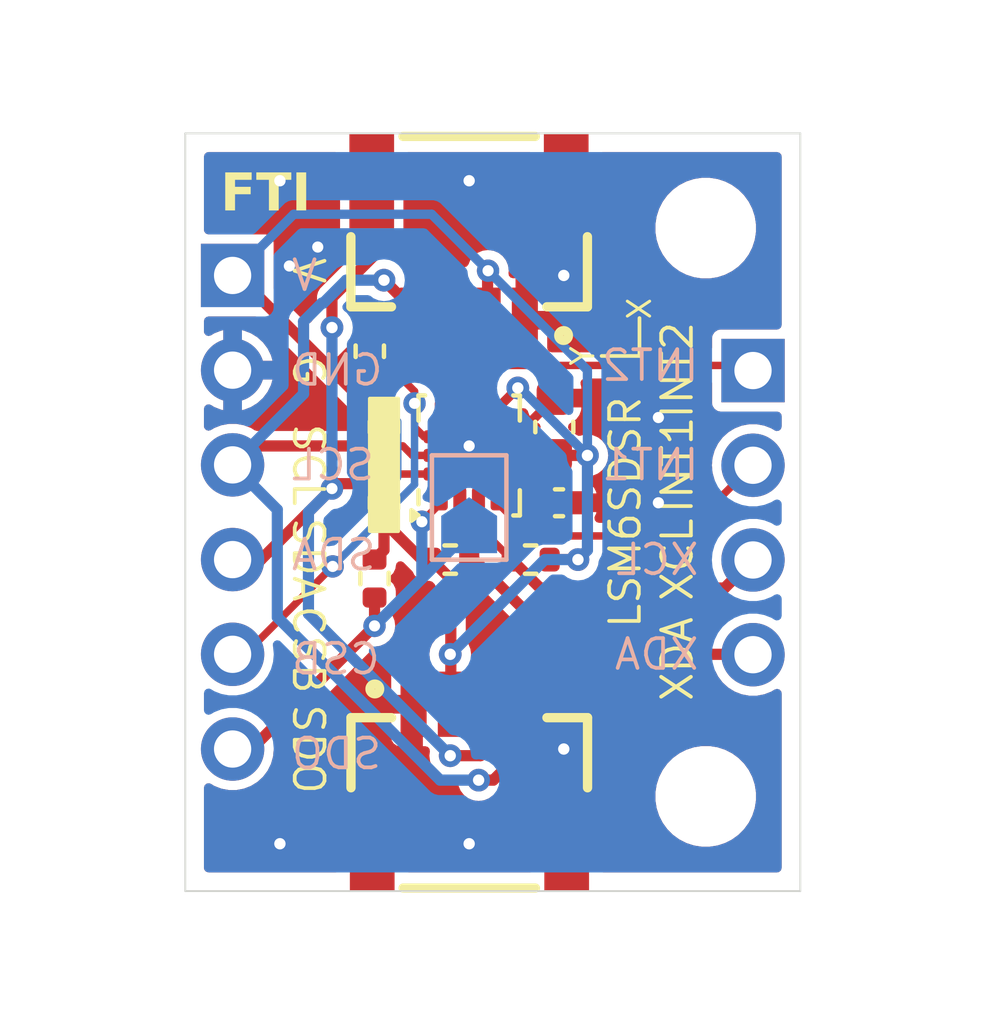
<source format=kicad_pcb>
(kicad_pcb (version 20240108) (generator "pcbnew") (generator_version "8.0")
  (layers (0 "F.Cu" signal) (31 "B.Cu" signal) (34 "B.Paste" user) (35 "F.Paste" user) (36 "B.SilkS" user "B.Silkscreen") (37 "F.SilkS" user "F.Silkscreen") (38 "B.Mask" user) (39 "F.Mask" user) (44 "Edge.Cuts" user))
  (net 0 "")
  (net 1 "GND")
  (net 2 "/SCL")
  (net 3 "/SDA")
  (net 4 "/CS")
  (net 5 "/XCL")
  (net 6 "/INT2")
  (net 7 "/XDA")
  (net 8 "/INT1")
  (net 9 "VDD")
  (net 10 "/SDO")
  (footprint "Package_LGA:LGA-14_3x2.5mm_P0.5mm_LayoutBorder3x4y" (layer "F.Cu") (at 58.674 49.022 90)
    (property "Reference" "U1" (hide yes))
    (property "Value" "LSM6DSRTR")
    (fp_line (start 1.61 -1.36) (end 1.61 -1.185) (stroke (width 0.12)) (layer "F.SilkS"))
    (fp_line (start 0.935 -1.36) (end 1.61 -1.36) (stroke (width 0.12)) (layer "F.SilkS"))
    (fp_line (start -0.935 -1.36) (end -1.31 -1.36) (stroke (width 0.12)) (layer "F.SilkS"))
    (fp_line (start 1.61 1.36) (end 1.61 1.185) (stroke (width 0.12)) (layer "F.SilkS"))
    (fp_line (start 0.935 1.36) (end 1.61 1.36) (stroke (width 0.12)) (layer "F.SilkS"))
    (fp_line (start -0.935 1.36) (end -1.61 1.36) (stroke (width 0.12)) (layer "F.SilkS"))
    (fp_line (start -1.61 1.36) (end -1.61 1.185) (stroke (width 0.12)) (layer "F.SilkS"))
    (fp_poly (pts (xy -1.61 -1.36) (xy -1.75 -1.55) (xy -1.47 -1.55) (xy -1.61 -1.36)) (stroke (width 0.12)) (fill solid) (layer "F.SilkS"))
    (pad "1" smd roundrect (at -1.1625 -0.75 90) (size 0.625 0.35) (layers "F.Cu" "F.Paste" "F.Mask") (net 10 "/SDO"))
    (pad "2" smd roundrect (at -1.1625 -0.25 90) (size 0.625 0.35) (layers "F.Cu" "F.Paste" "F.Mask") (net 7 "/XDA"))
    (pad "3" smd roundrect (at -1.1625 0.25 90) (size 0.625 0.35) (layers "F.Cu" "F.Paste" "F.Mask") (net 5 "/XCL"))
    (pad "4" smd roundrect (at -1.1625 0.75 90) (size 0.625 0.35) (layers "F.Cu" "F.Paste" "F.Mask") (net 8 "/INT1"))
    (pad "5" smd roundrect (at -0.5 0.9125 90) (size 0.35 0.625) (layers "F.Cu" "F.Paste" "F.Mask") (net 9 "VDD"))
    (pad "6" smd roundrect (at 0 0.9125 90) (size 0.35 0.625) (layers "F.Cu" "F.Paste" "F.Mask") (net 1 "GND"))
    (pad "7" smd roundrect (at 0.5 0.9125 90) (size 0.35 0.625) (layers "F.Cu" "F.Paste" "F.Mask") (net 1 "GND"))
    (pad "8" smd roundrect (at 1.1625 0.75 90) (size 0.625 0.35) (layers "F.Cu" "F.Paste" "F.Mask") (net 9 "VDD"))
    (pad "9" smd roundrect (at 1.1625 0.25 90) (size 0.625 0.35) (layers "F.Cu" "F.Paste" "F.Mask") (net 6 "/INT2"))
    (pad "10" smd roundrect (at 1.1625 -0.25 90) (size 0.625 0.35) (layers "F.Cu" "F.Paste" "F.Mask"))
    (pad "11" smd roundrect (at 1.1625 -0.75 90) (size 0.625 0.35) (layers "F.Cu" "F.Paste" "F.Mask"))
    (pad "12" smd roundrect (at 0.5 -0.9125 90) (size 0.35 0.625) (layers "F.Cu" "F.Paste" "F.Mask") (net 4 "/CS"))
    (pad "13" smd roundrect (at 0 -0.9125 90) (size 0.35 0.625) (layers "F.Cu" "F.Paste" "F.Mask") (net 2 "/SCL"))
    (pad "14" smd roundrect (at -0.5 -0.9125 90) (size 0.35 0.625) (layers "F.Cu" "F.Paste" "F.Mask") (net 3 "/SDA"))
  )
  (footprint "Resistor_SMD:R_0402_1005Metric" (layer "F.Cu") (at 56.134 52.324 -90)
    (property "Reference" "R6" (hide yes))
    (property "Value" "2.2k")
    (fp_line (start -0.153641 0.38) (end 0.153641 0.38) (stroke (width 0.12)) (layer "F.SilkS"))
    (fp_line (start -0.153641 -0.38) (end 0.153641 -0.38) (stroke (width 0.12)) (layer "F.SilkS"))
    (pad "1" smd roundrect (at -0.51 0 270) (size 0.54 0.64) (layers "F.Cu" "F.Paste" "F.Mask") (net 9 "VDD"))
    (pad "2" smd roundrect (at 0.51 0 270) (size 0.54 0.64) (layers "F.Cu" "F.Paste" "F.Mask") (net 10 "/SDO"))
  )
  (footprint "qwiic:CONN-SMD_AFC10-S04QCA-00" (layer "F.Cu") (at 58.682 57.565)
    (property "Reference" "CN2" (hide yes))
    (property "Value" "AFC10-S04QCA-00")
    (fp_line (start -3.18 -1.51) (end -2.09 -1.51) (stroke (width 0.25)) (layer "F.SilkS"))
    (fp_line (start -3.18 0.37) (end -3.18 -1.51) (stroke (width 0.25)) (layer "F.SilkS"))
    (fp_line (start -1.78 3.06) (end 1.77 3.06) (stroke (width 0.25)) (layer "F.SilkS"))
    (fp_line (start 2.08 -1.51) (end 3.17 -1.51) (stroke (width 0.25)) (layer "F.SilkS"))
    (fp_line (start 3.17 -1.51) (end 3.17 0.37) (stroke (width 0.25)) (layer "F.SilkS"))
    (fp_circle (center -2.54 -2.28) (end -2.41 -2.28) (stroke (width 0.25)) (fill none) (layer "F.SilkS"))
    (pad "1" smd rect (at -1.5 -1.87) (size 0.7 1.75) (layers "F.Cu" "F.Paste" "F.Mask") (net 1 "GND"))
    (pad "2" smd rect (at -0.5 -1.87) (size 0.7 1.75) (layers "F.Cu" "F.Paste" "F.Mask") (net 9 "VDD"))
    (pad "3" smd rect (at 0.5 -1.87) (size 0.7 1.75) (layers "F.Cu" "F.Paste" "F.Mask") (net 3 "/SDA"))
    (pad "4" smd rect (at 1.5 -1.87) (size 0.7 1.75) (layers "F.Cu" "F.Paste" "F.Mask") (net 2 "/SCL"))
    (pad "5" smd rect (at -2.61 1.87) (size 1.2 2.55) (layers "F.Cu" "F.Paste" "F.Mask") (net 1 "GND"))
    (pad "6" smd rect (at 2.61 1.87) (size 1.2 2.55) (layers "F.Cu" "F.Paste" "F.Mask") (net 1 "GND"))
  )
  (footprint "Connector_PinHeader_2.54mm:PinHeader_1x04_P2.54mm_Vertical" (layer "F.Cu") (at 66.294 46.746)
    (property "Reference" "J2" (hide yes))
    (property "Value" "Conn_01x04_Pin")
    (pad "1" thru_hole rect (at 0 0) (size 1.7 1.7) (drill 1) (layers "*.Cu" "*.Mask") (net 6 "/INT2"))
    (pad "2" thru_hole oval (at 0 2.54) (size 1.7 1.7) (drill 1) (layers "*.Cu" "*.Mask") (net 8 "/INT1"))
    (pad "3" thru_hole oval (at 0 5.08) (size 1.7 1.7) (drill 1) (layers "*.Cu" "*.Mask") (net 5 "/XCL"))
    (pad "4" thru_hole oval (at 0 7.62) (size 1.7 1.7) (drill 1) (layers "*.Cu" "*.Mask") (net 7 "/XDA"))
  )
  (footprint "Capacitor_SMD:C_0402_1005Metric" (layer "F.Cu") (at 61.087 50.292)
    (property "Reference" "C2" (hide yes))
    (property "Value" "100n")
    (fp_line (start -0.107836 -0.36) (end 0.107836 -0.36) (stroke (width 0.12)) (layer "F.SilkS"))
    (fp_line (start -0.107836 0.36) (end 0.107836 0.36) (stroke (width 0.12)) (layer "F.SilkS"))
    (pad "1" smd roundrect (at -0.48 0) (size 0.56 0.62) (layers "F.Cu" "F.Paste" "F.Mask") (net 9 "VDD"))
    (pad "2" smd roundrect (at 0.48 0) (size 0.56 0.62) (layers "F.Cu" "F.Paste" "F.Mask") (net 1 "GND"))
  )
  (footprint "qwiic:CONN-SMD_AFC10-S04QCA-00" (layer "F.Cu") (at 58.669 43.527 180)
    (property "Reference" "CN1" (hide yes))
    (property "Value" "AFC10-S04QCA-00")
    (fp_line (start 3.17 -1.51) (end 3.17 0.37) (stroke (width 0.25)) (layer "F.SilkS"))
    (fp_line (start 2.08 -1.51) (end 3.17 -1.51) (stroke (width 0.25)) (layer "F.SilkS"))
    (fp_line (start -1.78 3.06) (end 1.77 3.06) (stroke (width 0.25)) (layer "F.SilkS"))
    (fp_line (start -3.18 0.37) (end -3.18 -1.51) (stroke (width 0.25)) (layer "F.SilkS"))
    (fp_line (start -3.18 -1.51) (end -2.09 -1.51) (stroke (width 0.25)) (layer "F.SilkS"))
    (fp_circle (center -2.54 -2.28) (end -2.41 -2.28) (stroke (width 0.25)) (fill none) (layer "F.SilkS"))
    (pad "1" smd rect (at -1.5 -1.87 180) (size 0.7 1.75) (layers "F.Cu" "F.Paste" "F.Mask") (net 1 "GND"))
    (pad "2" smd rect (at -0.5 -1.87 180) (size 0.7 1.75) (layers "F.Cu" "F.Paste" "F.Mask") (net 9 "VDD"))
    (pad "3" smd rect (at 0.5 -1.87 180) (size 0.7 1.75) (layers "F.Cu" "F.Paste" "F.Mask") (net 3 "/SDA"))
    (pad "4" smd rect (at 1.5 -1.87 180) (size 0.7 1.75) (layers "F.Cu" "F.Paste" "F.Mask") (net 2 "/SCL"))
    (pad "5" smd rect (at -2.61 1.87 180) (size 1.2 2.55) (layers "F.Cu" "F.Paste" "F.Mask") (net 1 "GND"))
    (pad "6" smd rect (at 2.61 1.87 180) (size 1.2 2.55) (layers "F.Cu" "F.Paste" "F.Mask") (net 1 "GND"))
  )
  (footprint "Resistor_SMD:R_0402_1005Metric" (layer "F.Cu") (at 56.007 46.228 -90)
    (property "Reference" "R5" (hide yes))
    (property "Value" "2.2k")
    (fp_line (start -0.153641 0.38) (end 0.153641 0.38) (stroke (width 0.12)) (layer "F.SilkS"))
    (fp_line (start -0.153641 -0.38) (end 0.153641 -0.38) (stroke (width 0.12)) (layer "F.SilkS"))
    (pad "1" smd roundrect (at -0.51 0 270) (size 0.54 0.64) (layers "F.Cu" "F.Paste" "F.Mask") (net 9 "VDD"))
    (pad "2" smd roundrect (at 0.51 0 270) (size 0.54 0.64) (layers "F.Cu" "F.Paste" "F.Mask") (net 4 "/CS"))
  )
  (footprint "Connector_PinHeader_2.54mm:PinHeader_1x06_P2.54mm_Vertical" (layer "F.Cu") (at 52.324 44.196)
    (property "Reference" "J1" (hide yes))
    (property "Value" "Conn_01x06_Pin")
    (pad "1" thru_hole rect (at 0 0) (size 1.7 1.7) (drill 1) (layers "*.Cu" "*.Mask") (net 9 "VDD"))
    (pad "2" thru_hole oval (at 0 2.54) (size 1.7 1.7) (drill 1) (layers "*.Cu" "*.Mask") (net 1 "GND"))
    (pad "3" thru_hole oval (at 0 5.08) (size 1.7 1.7) (drill 1) (layers "*.Cu" "*.Mask") (net 2 "/SCL"))
    (pad "4" thru_hole oval (at 0 7.62) (size 1.7 1.7) (drill 1) (layers "*.Cu" "*.Mask") (net 3 "/SDA"))
    (pad "5" thru_hole oval (at 0 10.16) (size 1.7 1.7) (drill 1) (layers "*.Cu" "*.Mask") (net 4 "/CS"))
    (pad "6" thru_hole oval (at 0 12.7) (size 1.7 1.7) (drill 1) (layers "*.Cu" "*.Mask") (net 10 "/SDO"))
  )
  (footprint "MountingHole:MountingHole_2.2mm_M2" (layer "F.Cu") (at 65.024 42.926)
    (property "Reference" "H1" (hide yes))
    (property "Value" "MountingHole")
    (pad "" np_thru_hole circle (at 0 0) (size 2.2 2.2) (drill 2.2) (layers "*.Cu" "*.Mask"))
  )
  (footprint "MountingHole:MountingHole_2.2mm_M2" (layer "F.Cu") (at 65.024 58.166)
    (property "Reference" "H2" (hide yes))
    (property "Value" "MountingHole")
    (pad "" np_thru_hole circle (at 0 0) (size 2.2 2.2) (drill 2.2) (layers "*.Cu" "*.Mask"))
  )
  (footprint "Capacitor_SMD:C_0603_1608Metric" (layer "F.Cu") (at 60.96 48.26 90)
    (property "Reference" "C1" (hide yes))
    (property "Value" "1u")
    (fp_line (start -0.14058 -0.51) (end 0.14058 -0.51) (stroke (width 0.12)) (layer "F.SilkS"))
    (fp_line (start -0.14058 0.51) (end 0.14058 0.51) (stroke (width 0.12)) (layer "F.SilkS"))
    (pad "1" smd roundrect (at -0.775 0 90) (size 0.9 0.95) (layers "F.Cu" "F.Paste" "F.Mask") (net 9 "VDD"))
    (pad "2" smd roundrect (at 0.775 0 90) (size 0.9 0.95) (layers "F.Cu" "F.Paste" "F.Mask") (net 1 "GND"))
  )
  (footprint "Resistor_SMD:R_0402_1005Metric" (layer "F.Cu") (at 56.388 48.26 -90)
    (property "Reference" "R1" (hide yes))
    (property "Value" "2.2k")
    (fp_line (start -0.153641 0.38) (end 0.153641 0.38) (stroke (width 0.12)) (layer "F.SilkS"))
    (fp_line (start -0.153641 -0.38) (end 0.153641 -0.38) (stroke (width 0.12)) (layer "F.SilkS"))
    (pad "1" smd roundrect (at -0.51 0 270) (size 0.54 0.64) (layers "F.Cu" "F.Paste" "F.Mask") (net 9 "VDD"))
    (pad "2" smd roundrect (at 0.51 0 270) (size 0.54 0.64) (layers "F.Cu" "F.Paste" "F.Mask") (net 2 "/SCL"))
  )
  (footprint "Resistor_SMD:R_0402_1005Metric" (layer "F.Cu") (at 56.388 50.294 90)
    (property "Reference" "R2" (hide yes))
    (property "Value" "2.2k")
    (fp_line (start -0.153641 -0.38) (end 0.153641 -0.38) (stroke (width 0.12)) (layer "F.SilkS"))
    (fp_line (start -0.153641 0.38) (end 0.153641 0.38) (stroke (width 0.12)) (layer "F.SilkS"))
    (pad "1" smd roundrect (at -0.51 0 90) (size 0.54 0.64) (layers "F.Cu" "F.Paste" "F.Mask") (net 9 "VDD"))
    (pad "2" smd roundrect (at 0.51 0 90) (size 0.54 0.64) (layers "F.Cu" "F.Paste" "F.Mask") (net 3 "/SDA"))
  )
  (footprint "Resistor_SMD:R_0402_1005Metric" (layer "F.Cu") (at 58.166 51.816)
    (property "Reference" "R4" (hide yes))
    (property "Value" "2.2k")
    (fp_line (start -0.153641 -0.38) (end 0.153641 -0.38) (stroke (width 0.12)) (layer "F.SilkS"))
    (fp_line (start -0.153641 0.38) (end 0.153641 0.38) (stroke (width 0.12)) (layer "F.SilkS"))
    (pad "1" smd roundrect (at -0.51 0) (size 0.54 0.64) (layers "F.Cu" "F.Paste" "F.Mask") (net 9 "VDD"))
    (pad "2" smd roundrect (at 0.51 0) (size 0.54 0.64) (layers "F.Cu" "F.Paste" "F.Mask") (net 7 "/XDA"))
  )
  (footprint "Resistor_SMD:R_0402_1005Metric" (layer "F.Cu") (at 60.325 51.816 180)
    (property "Reference" "R3" (hide yes))
    (property "Value" "2.2k")
    (fp_line (start -0.153641 0.38) (end 0.153641 0.38) (stroke (width 0.12)) (layer "F.SilkS"))
    (fp_line (start -0.153641 -0.38) (end 0.153641 -0.38) (stroke (width 0.12)) (layer "F.SilkS"))
    (pad "1" smd roundrect (at -0.51 0 180) (size 0.54 0.64) (layers "F.Cu" "F.Paste" "F.Mask") (net 9 "VDD"))
    (pad "2" smd roundrect (at 0.51 0 180) (size 0.54 0.64) (layers "F.Cu" "F.Paste" "F.Mask") (net 5 "/XCL"))
  )
  (footprint "Jumper:SolderJumper-2_P1.3mm_Open_TrianglePad1.0x1.5mm" (layer "B.Cu") (at 58.674 50.419 90)
    (property "Reference" "JP1" (hide yes))
    (property "Value" "SolderJumper_2_Open")
    (fp_line (start 1.4 -1) (end 1.4 1) (stroke (width 0.12)) (layer "B.SilkS"))
    (fp_line (start -1.4 -1) (end 1.4 -1) (stroke (width 0.12)) (layer "B.SilkS"))
    (fp_line (start 1.4 1) (end -1.4 1) (stroke (width 0.12)) (layer "B.SilkS"))
    (fp_line (start -1.4 1) (end -1.4 -1) (stroke (width 0.12)) (layer "B.SilkS"))
    (pad "1" smd custom (at -0.725 0 90) (size 0.3 0.3) (layers "B.Cu" "B.Mask") (net 10 "/SDO") (options (clearance outline) (anchor rect)) (primitives (gr_poly (pts (xy 1 0) (xy 0.5 -0.75) (xy -0.5 -0.75) (xy -0.5 0.75) (xy 0.5 0.75)) (width 0) (fill yes))))
    (pad "2" smd custom (at 0.725 0 90) (size 0.3 0.3) (layers "B.Cu" "B.Mask") (net 1 "GND") (options (clearance outline) (anchor rect)) (primitives (gr_poly (pts (xy 0.5 -0.75) (xy -0.65 -0.75) (xy -0.15 0) (xy -0.65 0.75) (xy 0.5 0.75)) (width 0) (fill yes))))
  )
  (gr_rect (start 56.007 47.498) (end 56.769 51.054) (stroke (width 0.1)) (fill solid) (layer "F.SilkS"))
  (gr_line (start 63.246 45.339) (end 63.246 46.355) (stroke (width 0.1)) (layer "F.SilkS"))
  (gr_line (start 63.246 46.355) (end 62.23 46.355) (stroke (width 0.1)) (layer "F.SilkS"))
  (gr_line (start 51.054 60.706) (end 51.054 40.386) (stroke (width 0.05)) (layer "Edge.Cuts"))
  (gr_line (start 51.054 40.386) (end 67.564 40.386) (stroke (width 0.05)) (layer "Edge.Cuts"))
  (gr_line (start 67.564 40.386) (end 67.564 60.706) (stroke (width 0.05)) (layer "Edge.Cuts"))
  (gr_line (start 67.564 60.706) (end 51.054 60.706) (stroke (width 0.05)) (layer "Edge.Cuts"))
  (gr_text "V" (at 53.848 44.196 0) (layer "B.SilkS") (effects (font (size 0.8 0.8) (thickness 0.1)) (justify right mirror)))
  (gr_text "INT1" (at 64.897 49.276 0) (layer "B.SilkS") (effects (font (size 0.8 0.8) (thickness 0.1)) (justify left mirror)))
  (gr_text "INT2" (at 64.897 46.609 0) (layer "B.SilkS") (effects (font (size 0.8 0.8) (thickness 0.1)) (justify left mirror)))
  (gr_text "SDO" (at 53.848 57.023 0) (layer "B.SilkS") (effects (font (size 0.8 0.8) (thickness 0.1)) (justify right mirror)))
  (gr_text "GND" (at 53.848 46.736 0) (layer "B.SilkS") (effects (font (size 0.8 0.8) (thickness 0.1)) (justify right mirror)))
  (gr_text "CSB" (at 53.848 54.483 0) (layer "B.SilkS") (effects (font (size 0.8 0.8) (thickness 0.1)) (justify right mirror)))
  (gr_text "SDA" (at 53.848 51.689 0) (layer "B.SilkS") (effects (font (size 0.8 0.8) (thickness 0.1)) (justify right mirror)))
  (gr_text "SCL" (at 53.848 49.276 0) (layer "B.SilkS") (effects (font (size 0.8 0.8) (thickness 0.1)) (justify right mirror)))
  (gr_text "XCL" (at 64.897 51.816 0) (layer "B.SilkS") (effects (font (size 0.8 0.8) (thickness 0.1)) (justify left mirror)))
  (gr_text "XDA" (at 64.897 54.356 0) (layer "B.SilkS") (effects (font (size 0.8 0.8) (thickness 0.1)) (justify left mirror)))
  (gr_text "INT2" (at 64.262 46.736 90) (layer "F.SilkS") (effects (font (size 0.8 0.8) (thickness 0.1))))
  (gr_text "SDO" (at 54.356 56.896 -90) (layer "F.SilkS") (effects (font (size 0.8 0.8) (thickness 0.1))))
  (gr_text "Y" (at 61.722 46.355 90) (layer "F.SilkS") (effects (font (size 0.6 0.6) (thickness 0.08))))
  (gr_text "G" (at 54.356 46.736 270) (layer "F.SilkS") (effects (font (size 0.8 0.8) (thickness 0.1))))
  (gr_text "X" (at 63.246 45.085 90) (layer "F.SilkS") (effects (font (size 0.6 0.6) (thickness 0.08))))
  (gr_text "V" (at 54.356 44.069 270) (layer "F.SilkS") (effects (font (size 0.8 0.8) (thickness 0.1))))
  (gr_text "XCL" (at 64.262 51.816 90) (layer "F.SilkS") (effects (font (size 0.8 0.8) (thickness 0.1))))
  (gr_text "CSB" (at 54.356 54.229 -90) (layer "F.SilkS") (effects (font (size 0.8 0.8) (thickness 0.1))))
  (gr_text "SDA" (at 54.356 51.816 -90) (layer "F.SilkS") (effects (font (size 0.8 0.8) (thickness 0.1))))
  (gr_text "FTI" (at 53.213 42.037 0) (layer "F.SilkS") (effects (font (size 1 1) (thickness 0.2) (bold yes) (italic yes))))
  (gr_text "INT1" (at 64.262 49.276 90) (layer "F.SilkS") (effects (font (size 0.8 0.8) (thickness 0.1))))
  (gr_text "XDA" (at 64.262 54.483 90) (layer "F.SilkS") (effects (font (size 0.8 0.8) (thickness 0.1))))
  (gr_text "SCL" (at 54.356 49.276 -90) (layer "F.SilkS") (effects (font (size 0.8 0.8) (thickness 0.1))))
  (gr_text "LSM6SDSR" (at 62.865 50.546 90) (layer "F.SilkS") (effects (font (size 0.8 0.8) (thickness 0.1))))
  (segment (start 59.923 48.522) (end 60.96 47.485) (width 0.25) (layer "F.Cu") (net 1))
  (segment (start 59.5865 48.522) (end 59.923 48.522) (width 0.25) (layer "F.Cu") (net 1))
  (segment (start 59.0423 48.522) (end 59.0423 49.022) (width 0.2) (layer "F.Cu") (net 1))
  (segment (start 59.684 48.522) (end 59.0423 48.522) (width 0.2) (layer "F.Cu") (net 1))
  (segment (start 59.684 49.022) (end 59.0423 49.022) (width 0.2) (layer "F.Cu") (net 1))
  (segment (start 56.059 41.657) (end 56.059 42.4453) (width 0.2) (layer "F.Cu") (net 1))
  (via (at 61.214 44.196) (size 0.61) (drill 0.305) (layers "F.Cu" "B.Cu") (net 1))
  (via (at 54.61 43.434) (size 0.6) (drill 0.3) (layers "F.Cu" "B.Cu") (net 1))
  (via (at 63.754 50.292) (size 0.6) (drill 0.3) (layers "F.Cu" "B.Cu") (net 1))
  (via (at 58.674 41.656) (size 0.61) (drill 0.305) (layers "F.Cu" "B.Cu") (net 1))
  (via (at 53.594 41.656) (size 0.61) (drill 0.305) (layers "F.Cu" "B.Cu") (net 1))
  (via (at 53.848 43.942) (size 0.6) (drill 0.3) (layers "F.Cu" "B.Cu") (net 1))
  (via (at 53.594 59.436) (size 0.61) (drill 0.305) (layers "F.Cu" "B.Cu") (net 1))
  (via (at 61.214 56.896) (size 0.61) (drill 0.305) (layers "F.Cu" "B.Cu") (net 1))
  (via (at 58.674 59.436) (size 0.61) (drill 0.305) (layers "F.Cu" "B.Cu") (net 1))
  (via (at 63.754 48.006) (size 0.6) (drill 0.3) (layers "F.Cu" "B.Cu") (net 1))
  (via (at 58.674 48.768) (size 0.6) (drill 0.3) (layers "F.Cu" "B.Cu") (net 1))
  (segment (start 58.674 48.768) (end 58.674 48.895) (width 0.2) (layer "B.Cu") (net 1))
  (segment (start 57.15 49.022) (end 56.896 48.768) (width 0.2) (layer "F.Cu") (net 2))
  (segment (start 57.664 49.022) (end 57.15 49.022) (width 0.2) (layer "F.Cu") (net 2))
  (segment (start 60.182 55.695) (end 60.182 56.87) (width 0.3) (layer "F.Cu") (net 2))
  (segment (start 59.321998 57.730002) (end 58.928 57.730002) (width 0.3) (layer "F.Cu") (net 2))
  (segment (start 52.832 48.768) (end 56.388 48.768) (width 0.3) (layer "F.Cu") (net 2))
  (segment (start 56.896 48.768) (end 56.388 48.768) (width 0.2) (layer "F.Cu") (net 2))
  (segment (start 57.169 45.104) (end 56.388 44.323) (width 0.3) (layer "F.Cu") (net 2))
  (segment (start 57.169 45.397) (end 57.169 45.104) (width 0.3) (layer "F.Cu") (net 2))
  (segment (start 52.324 49.276) (end 52.832 48.768) (width 0.3) (layer "F.Cu") (net 2))
  (segment (start 60.182 56.87) (end 59.321998 57.730002) (width 0.3) (layer "F.Cu") (net 2))
  (via (at 58.928 57.730002) (size 0.61) (drill 0.305) (layers "F.Cu" "B.Cu") (net 2))
  (via (at 56.388 44.323) (size 0.61) (drill 0.305) (layers "F.Cu" "B.Cu") (net 2))
  (segment (start 53.524 53.359312) (end 53.524 50.476) (width 0.3) (layer "B.Cu") (net 2))
  (segment (start 54.71969 44.938) (end 54.229 45.42869) (width 0.3) (layer "B.Cu") (net 2))
  (segment (start 54.757 44.938) (end 54.71969 44.938) (width 0.3) (layer "B.Cu") (net 2))
  (segment (start 53.524 50.476) (end 52.324 49.276) (width 0.3) (layer "B.Cu") (net 2))
  (segment (start 54.229 45.42869) (end 54.229 47.371) (width 0.3) (layer "B.Cu") (net 2))
  (segment (start 58.928 57.730002) (end 57.89469 57.730002) (width 0.3) (layer "B.Cu") (net 2))
  (segment (start 54.229 47.371) (end 52.324 49.276) (width 0.3) (layer "B.Cu") (net 2))
  (segment (start 55.372 44.323) (end 54.757 44.938) (width 0.3) (layer "B.Cu") (net 2))
  (segment (start 56.388 44.323) (end 55.372 44.323) (width 0.3) (layer "B.Cu") (net 2))
  (segment (start 57.89469 57.730002) (end 53.524 53.359312) (width 0.3) (layer "B.Cu") (net 2))
  (segment (start 54.991 49.911) (end 53.086 51.816) (width 0.3) (layer "F.Cu") (net 3))
  (segment (start 58.976998 57.075002) (end 59.182 56.87) (width 0.3) (layer "F.Cu") (net 3))
  (segment (start 56.646 49.522) (end 56.388 49.78) (width 0.2) (layer "F.Cu") (net 3))
  (segment (start 58.166 57.075002) (end 58.976998 57.075002) (width 0.3) (layer "F.Cu") (net 3))
  (segment (start 57.664 49.522) (end 56.646 49.522) (width 0.2) (layer "F.Cu") (net 3))
  (segment (start 53.086 51.816) (end 52.324 51.816) (width 0.3) (layer "F.Cu") (net 3))
  (segment (start 58.169 44.222) (end 58.169 45.397) (width 0.3) (layer "F.Cu") (net 3))
  (segment (start 54.991 49.911) (end 55.122 49.78) (width 0.3) (layer "F.Cu") (net 3))
  (segment (start 54.991 44.79369) (end 56.22369 43.561) (width 0.3) (layer "F.Cu") (net 3))
  (segment (start 57.508 43.561) (end 58.169 44.222) (width 0.3) (layer "F.Cu") (net 3))
  (segment (start 56.22369 43.561) (end 57.508 43.561) (width 0.3) (layer "F.Cu") (net 3))
  (segment (start 59.182 56.87) (end 59.182 55.695) (width 0.3) (layer "F.Cu") (net 3))
  (segment (start 54.991 45.593) (end 54.991 44.79369) (width 0.3) (layer "F.Cu") (net 3))
  (segment (start 55.122 49.78) (end 56.388 49.78) (width 0.3) (layer "F.Cu") (net 3))
  (via (at 54.991 49.911) (size 0.6) (drill 0.3) (layers "F.Cu" "B.Cu") (net 3))
  (via (at 54.991 45.593) (size 0.61) (drill 0.305) (layers "F.Cu" "B.Cu") (net 3))
  (via (at 58.166 57.075002) (size 0.61) (drill 0.305) (layers "F.Cu" "B.Cu") (net 3))
  (segment (start 54.3602 50.5418) (end 54.3602 53.269202) (width 0.3) (layer "B.Cu") (net 3))
  (segment (start 54.991 49.911) (end 54.3602 50.5418) (width 0.3) (layer "B.Cu") (net 3))
  (segment (start 52.8998 51.816) (end 52.324 51.816) (width 0.2) (layer "B.Cu") (net 3))
  (segment (start 54.3602 53.269202) (end 58.166 57.075002) (width 0.3) (layer "B.Cu") (net 3))
  (segment (start 54.991 49.911) (end 54.991 45.593) (width 0.3) (layer "B.Cu") (net 3))
  (segment (start 57.208 47.6256) (end 57.208 48.266) (width 0.2) (layer "F.Cu") (net 4))
  (segment (start 56.644 46.738) (end 56.007 46.738) (width 0.2) (layer "F.Cu") (net 4))
  (segment (start 52.6532 54.356) (end 55.0102 51.999) (width 0.2) (layer "F.Cu") (net 4))
  (segment (start 57.208 47.302) (end 56.644 46.738) (width 0.2) (layer "F.Cu") (net 4))
  (segment (start 57.208 47.6256) (end 57.208 47.302) (width 0.2) (layer "F.Cu") (net 4))
  (segment (start 57.208 48.266) (end 57.464 48.522) (width 0.2) (layer "F.Cu") (net 4))
  (segment (start 57.464 48.522) (end 57.664 48.522) (width 0.2) (layer "F.Cu") (net 4))
  (segment (start 52.324 54.356) (end 52.6532 54.356) (width 0.2) (layer "F.Cu") (net 4))
  (via (at 57.208 47.6256) (size 0.6) (drill 0.3) (layers "F.Cu" "B.Cu") (net 4))
  (via (at 55.0102 51.999) (size 0.6) (drill 0.3) (layers "F.Cu" "B.Cu") (net 4))
  (segment (start 57.208 47.6256) (end 57.208 49.8012) (width 0.2) (layer "B.Cu") (net 4))
  (segment (start 57.208 49.8012) (end 55.0102 51.999) (width 0.2) (layer "B.Cu") (net 4))
  (segment (start 58.924 50.925) (end 59.815 51.816) (width 0.2) (layer "F.Cu") (net 5))
  (segment (start 59.815 51.816) (end 60.577 52.578) (width 0.3) (layer "F.Cu") (net 5))
  (segment (start 60.577 52.578) (end 65.532 52.578) (width 0.3) (layer "F.Cu") (net 5))
  (segment (start 58.924 50.282) (end 58.924 50.925) (width 0.2) (layer "F.Cu") (net 5))
  (segment (start 65.532 52.578) (end 66.294 51.816) (width 0.3) (layer "F.Cu") (net 5))
  (segment (start 59.497 46.609) (end 66.167 46.609) (width 0.2) (layer "F.Cu") (net 6))
  (segment (start 66.167 46.609) (end 66.294 46.736) (width 0.2) (layer "F.Cu") (net 6))
  (segment (start 58.924 47.182) (end 59.497 46.609) (width 0.2) (layer "F.Cu") (net 6))
  (segment (start 58.924 47.762) (end 58.924 47.182) (width 0.2) (layer "F.Cu") (net 6))
  (segment (start 58.424 50.282) (end 58.424 51.437) (width 0.2) (layer "F.Cu") (net 7))
  (segment (start 61.343 54.356) (end 66.294 54.356) (width 0.3) (layer "F.Cu") (net 7))
  (segment (start 58.803 51.816) (end 61.343 54.356) (width 0.3) (layer "F.Cu") (net 7))
  (segment (start 58.424 51.437) (end 58.803 51.816) (width 0.2) (layer "F.Cu") (net 7))
  (segment (start 64.389 51.181) (end 66.294 49.276) (width 0.2) (layer "F.Cu") (net 8))
  (segment (start 59.424 50.282) (end 60.323 51.181) (width 0.2) (layer "F.Cu") (net 8))
  (segment (start 60.323 51.181) (end 64.389 51.181) (width 0.2) (layer "F.Cu") (net 8))
  (segment (start 56.388 50.8) (end 56.388 51.56) (width 0.3) (layer "F.Cu") (net 9))
  (segment (start 59.424 47.769736) (end 59.980604 47.213132) (width 0.25) (layer "F.Cu") (net 9))
  (segment (start 60.973 49.022) (end 60.96 49.035) (width 0.3) (layer "F.Cu") (net 9))
  (segment (start 56.009366 47.75) (end 55.247183 46.987817) (width 0.3) (layer "F.Cu") (net 9))
  (segment (start 57.5935 51.816) (end 57.404 51.816) (width 0.3) (layer "F.Cu") (net 9))
  (segment (start 55.247183 46.477817) (end 56.007 45.718) (width 0.3) (layer "F.Cu") (net 9))
  (segment (start 58.182 54.372) (end 58.182 55.695) (width 0.3) (layer "F.Cu") (net 9))
  (segment (start 59.684 49.522) (end 59.71 49.522) (width 0.3) (layer "F.Cu") (net 9))
  (segment (start 59.182 44.069) (end 59.169 44.082) (width 0.3) (layer "F.Cu") (net 9))
  (segment (start 52.455366 44.196) (end 52.324 44.196) (width 0.3) (layer "F.Cu") (net 9))
  (segment (start 55.247183 46.987817) (end 52.455366 44.196) (width 0.3) (layer "F.Cu") (net 9))
  (segment (start 52.959 44.196) (end 52.324 44.196) (width 0.3) (layer "F.Cu") (net 9))
  (segment (start 56.388 51.56) (end 56.134 51.814) (width 0.3) (layer "F.Cu") (net 9))
  (segment (start 56.388 47.75) (end 56.009366 47.75) (width 0.3) (layer "F.Cu") (net 9))
  (segment (start 61.595 51.816) (end 60.835 51.816) (width 0.3) (layer "F.Cu") (net 9))
  (segment (start 61.849 49.022) (end 60.973 49.022) (width 0.3) (layer "F.Cu") (net 9))
  (segment (start 57.404 51.816) (end 56.388 50.8) (width 0.3) (layer "F.Cu") (net 9))
  (segment (start 60.48 50.292) (end 60.48 49.515) (width 0.3) (layer "F.Cu") (net 9))
  (segment (start 58.182 52.34) (end 58.182 54.34) (width 0.3) (layer "F.Cu") (net 9))
  (segment (start 59.424 47.8595) (end 59.424 47.769736) (width 0.25) (layer "F.Cu") (net 9))
  (segment (start 55.247183 46.987817) (end 55.247183 46.477817) (width 0.3) (layer "F.Cu") (net 9))
  (segment (start 57.783 51.816) (end 57.783 51.941) (width 0.3) (layer "F.Cu") (net 9))
  (segment (start 58.166 54.356) (end 58.182 54.372) (width 0.3) (layer "F.Cu") (net 9))
  (segment (start 57.783 51.816) (end 57.5935 51.816) (width 0.3) (layer "F.Cu") (net 9))
  (segment (start 59.169 44.082) (end 59.169 45.397) (width 0.3) (layer "F.Cu") (net 9))
  (segment (start 57.783 51.941) (end 58.182 52.34) (width 0.3) (layer "F.Cu") (net 9))
  (segment (start 59.5865 49.522) (end 60.473 49.522) (width 0.25) (layer "F.Cu") (net 9))
  (segment (start 60.473 49.522) (end 60.48 49.515) (width 0.25) (layer "F.Cu") (net 9))
  (segment (start 60.48 49.515) (end 60.96 49.035) (width 0.3) (layer "F.Cu") (net 9))
  (segment (start 58.182 54.34) (end 58.166 54.356) (width 0.3) (layer "F.Cu") (net 9))
  (via (at 59.182 44.069) (size 0.6) (drill 0.3) (layers "F.Cu" "B.Cu") (net 9))
  (via (at 58.166 54.356) (size 0.61) (drill 0.305) (layers "F.Cu" "B.Cu") (net 9))
  (via (at 59.980604 47.213132) (size 0.61) (drill 0.305) (layers "F.Cu" "B.Cu") (net 9))
  (via (at 61.849 49.022) (size 0.61) (drill 0.305) (layers "F.Cu" "B.Cu") (net 9))
  (via (at 61.595 51.816) (size 0.61) (drill 0.305) (layers "F.Cu" "B.Cu") (net 9))
  (segment (start 53.965 42.555) (end 57.668 42.555) (width 0.25) (layer "B.Cu") (net 9))
  (segment (start 61.595 51.816) (end 61.849 51.562) (width 0.3) (layer "B.Cu") (net 9))
  (segment (start 52.324 44.196) (end 53.965 42.555) (width 0.25) (layer "B.Cu") (net 9))
  (segment (start 61.849 46.736) (end 61.849 49.022) (width 0.25) (layer "B.Cu") (net 9))
  (segment (start 58.166 54.356) (end 60.706 51.816) (width 0.3) (layer "B.Cu") (net 9))
  (segment (start 60.706 51.816) (end 61.595 51.816) (width 0.3) (layer "B.Cu") (net 9))
  (segment (start 59.980604 47.213132) (end 60.040132 47.213132) (width 0.25) (layer "B.Cu") (net 9))
  (segment (start 57.668 42.555) (end 61.849 46.736) (width 0.25) (layer "B.Cu") (net 9))
  (segment (start 60.040132 47.213132) (end 61.849 49.022) (width 0.25) (layer "B.Cu") (net 9))
  (segment (start 61.849 51.562) (end 61.849 49.022) (width 0.3) (layer "B.Cu") (net 9))
  (segment (start 57.404 50.8) (end 57.406 50.8) (width 0.2) (layer "F.Cu") (net 10))
  (segment (start 56.134 53.594) (end 56.134 52.834) (width 0.3) (layer "F.Cu") (net 10))
  (segment (start 52.832 56.896) (end 52.324 56.896) (width 0.3) (layer "F.Cu") (net 10))
  (segment (start 57.406 50.8) (end 57.924 50.282) (width 0.2) (layer "F.Cu") (net 10))
  (segment (start 57.404 50.802) (end 57.404 50.8) (width 0.2) (layer "F.Cu") (net 10))
  (segment (start 56.134 53.594) (end 52.832 56.896) (width 0.3) (layer "F.Cu") (net 10))
  (segment (start 57.924 50.344) (end 57.924 50.282) (width 0.2) (layer "F.Cu") (net 10))
  (via (at 56.134 53.594) (size 0.6) (drill 0.3) (layers "F.Cu" "B.Cu") (net 10))
  (via (at 57.404 50.8) (size 0.6) (drill 0.3) (layers "F.Cu" "B.Cu") (net 10))
  (segment (start 58.494 51.234) (end 58.674 51.234) (width 0.3) (layer "B.Cu") (net 10))
  (segment (start 57.404 50.8) (end 57.404 52.324) (width 0.3) (layer "B.Cu") (net 10))
  (segment (start 57.404 52.324) (end 56.134 53.594) (width 0.3) (layer "B.Cu") (net 10))
  (segment (start 57.404 52.324) (end 58.494 51.234) (width 0.3) (layer "B.Cu") (net 10))
  (zone (net 1) (net_name "GND") (layers "F&B.Cu") (connect_pads (clearance 0.25)) (min_thickness 0.25) (fill yes (thermal_gap 0.25) (thermal_bridge_width 0.5))
    (polygon (pts (xy 48.514 39.116) (xy 48.514 61.976) (xy 68.834 61.976) (xy 68.834 39.116)))
  )
)
</source>
